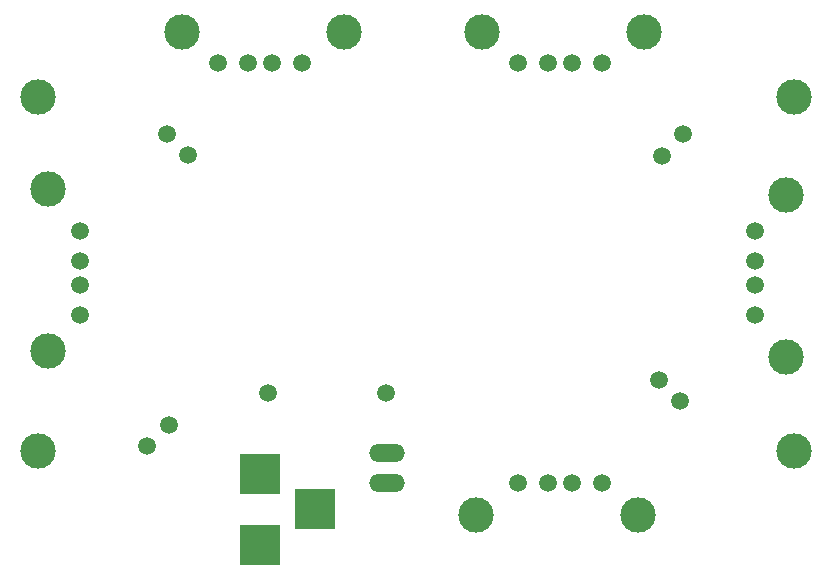
<source format=gbr>
G04 #@! TF.FileFunction,Soldermask,Bot*
%FSLAX46Y46*%
G04 Gerber Fmt 4.6, Leading zero omitted, Abs format (unit mm)*
G04 Created by KiCad (PCBNEW (2015-05-08 BZR 5647)-product) date sáb 16 may 2015 15:50:19 CEST*
%MOMM*%
G01*
G04 APERTURE LIST*
%ADD10C,0.100000*%
%ADD11C,2.999740*%
%ADD12R,3.500120X3.500120*%
%ADD13C,1.501140*%
%ADD14O,3.014980X1.506220*%
G04 APERTURE END LIST*
D10*
D11*
X120878600Y-84124800D03*
X184886600Y-84124800D03*
X184886600Y-114122200D03*
D12*
X139700000Y-116027200D03*
X139700000Y-122026680D03*
X144399000Y-119026940D03*
D13*
X168656000Y-116840000D03*
X166116000Y-116840000D03*
X164084000Y-116840000D03*
X161544000Y-116840000D03*
D11*
X171704000Y-119507000D03*
X157988000Y-119507000D03*
D13*
X124460000Y-102616000D03*
X124460000Y-100076000D03*
X124460000Y-98044000D03*
X124460000Y-95504000D03*
D11*
X121793000Y-105664000D03*
X121793000Y-91948000D03*
D13*
X161544000Y-81280000D03*
X164084000Y-81280000D03*
X166116000Y-81280000D03*
X168656000Y-81280000D03*
D11*
X158496000Y-78613000D03*
X172212000Y-78613000D03*
D13*
X136144000Y-81280000D03*
X138684000Y-81280000D03*
X140716000Y-81280000D03*
X143256000Y-81280000D03*
D11*
X133096000Y-78613000D03*
X146812000Y-78613000D03*
D13*
X181610000Y-95504000D03*
X181610000Y-98044000D03*
X181610000Y-100076000D03*
X181610000Y-102616000D03*
D11*
X184277000Y-92456000D03*
X184277000Y-106172000D03*
D14*
X150495000Y-114300000D03*
X150495000Y-116840000D03*
D13*
X140415000Y-109220000D03*
X150415000Y-109220000D03*
D11*
X120878600Y-114122200D03*
D13*
X175260000Y-109855000D03*
X173463949Y-108058949D03*
X175532051Y-87294449D03*
X173736000Y-89090500D03*
X130175000Y-113665000D03*
X131971051Y-111868949D03*
X131807949Y-87230949D03*
X133604000Y-89027000D03*
M02*

</source>
